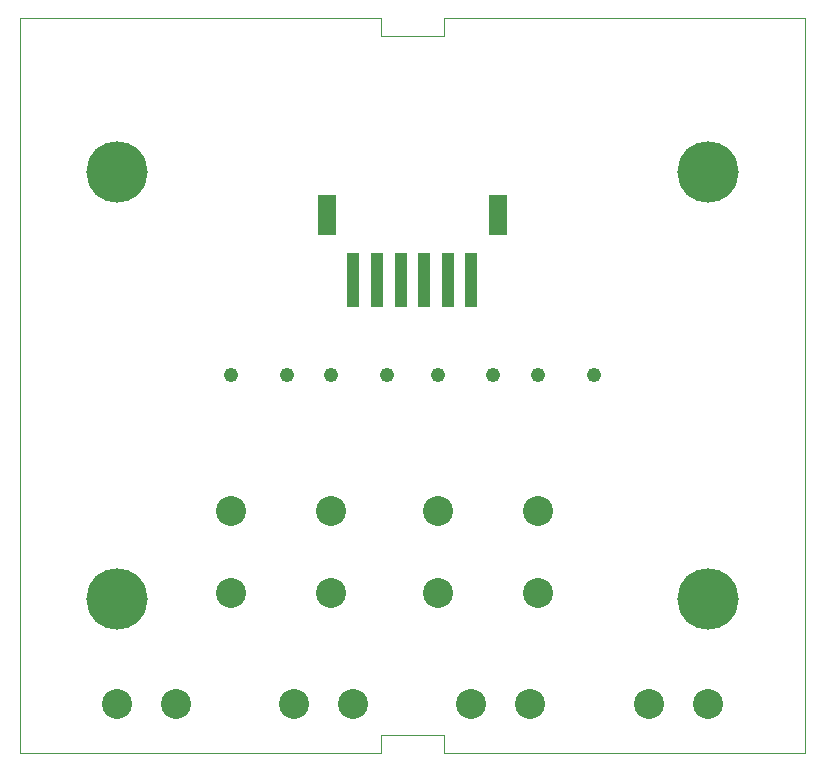
<source format=gbs>
G04 EAGLE Gerber RS-274X export*
G75*
%MOMM*%
%FSLAX34Y34*%
%LPD*%
%INStop Mask Bottom*%
%IPPOS*%
%AMOC8*
5,1,8,0,0,1.08239X$1,22.5*%
G01*
%ADD10C,0.000000*%
%ADD11C,2.200000*%
%ADD12C,2.540000*%
%ADD13C,5.200000*%
%ADD14C,1.219200*%
%ADD15C,1.333500*%
%ADD16C,1.350000*%
%ADD17C,1.950000*%
%ADD18R,1.000000X4.600000*%
%ADD19R,1.600000X3.400000*%


D10*
X0Y0D02*
X306000Y0D01*
X306000Y15000D01*
X359000Y15000D01*
X359000Y0D01*
X665000Y0D01*
X665000Y622000D01*
X359000Y622000D01*
X359000Y607000D01*
X306000Y607000D01*
X306000Y622000D01*
X0Y622000D01*
X0Y0D01*
X71500Y492000D02*
X71503Y492270D01*
X71513Y492540D01*
X71530Y492809D01*
X71553Y493078D01*
X71583Y493347D01*
X71619Y493614D01*
X71662Y493881D01*
X71711Y494146D01*
X71767Y494410D01*
X71830Y494673D01*
X71898Y494934D01*
X71974Y495193D01*
X72055Y495450D01*
X72143Y495706D01*
X72237Y495959D01*
X72337Y496210D01*
X72444Y496458D01*
X72556Y496703D01*
X72675Y496946D01*
X72799Y497185D01*
X72929Y497422D01*
X73065Y497655D01*
X73207Y497885D01*
X73354Y498111D01*
X73507Y498334D01*
X73665Y498553D01*
X73828Y498768D01*
X73997Y498978D01*
X74171Y499185D01*
X74350Y499387D01*
X74533Y499585D01*
X74722Y499778D01*
X74915Y499967D01*
X75113Y500150D01*
X75315Y500329D01*
X75522Y500503D01*
X75732Y500672D01*
X75947Y500835D01*
X76166Y500993D01*
X76389Y501146D01*
X76615Y501293D01*
X76845Y501435D01*
X77078Y501571D01*
X77315Y501701D01*
X77554Y501825D01*
X77797Y501944D01*
X78042Y502056D01*
X78290Y502163D01*
X78541Y502263D01*
X78794Y502357D01*
X79050Y502445D01*
X79307Y502526D01*
X79566Y502602D01*
X79827Y502670D01*
X80090Y502733D01*
X80354Y502789D01*
X80619Y502838D01*
X80886Y502881D01*
X81153Y502917D01*
X81422Y502947D01*
X81691Y502970D01*
X81960Y502987D01*
X82230Y502997D01*
X82500Y503000D01*
X82770Y502997D01*
X83040Y502987D01*
X83309Y502970D01*
X83578Y502947D01*
X83847Y502917D01*
X84114Y502881D01*
X84381Y502838D01*
X84646Y502789D01*
X84910Y502733D01*
X85173Y502670D01*
X85434Y502602D01*
X85693Y502526D01*
X85950Y502445D01*
X86206Y502357D01*
X86459Y502263D01*
X86710Y502163D01*
X86958Y502056D01*
X87203Y501944D01*
X87446Y501825D01*
X87685Y501701D01*
X87922Y501571D01*
X88155Y501435D01*
X88385Y501293D01*
X88611Y501146D01*
X88834Y500993D01*
X89053Y500835D01*
X89268Y500672D01*
X89478Y500503D01*
X89685Y500329D01*
X89887Y500150D01*
X90085Y499967D01*
X90278Y499778D01*
X90467Y499585D01*
X90650Y499387D01*
X90829Y499185D01*
X91003Y498978D01*
X91172Y498768D01*
X91335Y498553D01*
X91493Y498334D01*
X91646Y498111D01*
X91793Y497885D01*
X91935Y497655D01*
X92071Y497422D01*
X92201Y497185D01*
X92325Y496946D01*
X92444Y496703D01*
X92556Y496458D01*
X92663Y496210D01*
X92763Y495959D01*
X92857Y495706D01*
X92945Y495450D01*
X93026Y495193D01*
X93102Y494934D01*
X93170Y494673D01*
X93233Y494410D01*
X93289Y494146D01*
X93338Y493881D01*
X93381Y493614D01*
X93417Y493347D01*
X93447Y493078D01*
X93470Y492809D01*
X93487Y492540D01*
X93497Y492270D01*
X93500Y492000D01*
X93497Y491730D01*
X93487Y491460D01*
X93470Y491191D01*
X93447Y490922D01*
X93417Y490653D01*
X93381Y490386D01*
X93338Y490119D01*
X93289Y489854D01*
X93233Y489590D01*
X93170Y489327D01*
X93102Y489066D01*
X93026Y488807D01*
X92945Y488550D01*
X92857Y488294D01*
X92763Y488041D01*
X92663Y487790D01*
X92556Y487542D01*
X92444Y487297D01*
X92325Y487054D01*
X92201Y486815D01*
X92071Y486578D01*
X91935Y486345D01*
X91793Y486115D01*
X91646Y485889D01*
X91493Y485666D01*
X91335Y485447D01*
X91172Y485232D01*
X91003Y485022D01*
X90829Y484815D01*
X90650Y484613D01*
X90467Y484415D01*
X90278Y484222D01*
X90085Y484033D01*
X89887Y483850D01*
X89685Y483671D01*
X89478Y483497D01*
X89268Y483328D01*
X89053Y483165D01*
X88834Y483007D01*
X88611Y482854D01*
X88385Y482707D01*
X88155Y482565D01*
X87922Y482429D01*
X87685Y482299D01*
X87446Y482175D01*
X87203Y482056D01*
X86958Y481944D01*
X86710Y481837D01*
X86459Y481737D01*
X86206Y481643D01*
X85950Y481555D01*
X85693Y481474D01*
X85434Y481398D01*
X85173Y481330D01*
X84910Y481267D01*
X84646Y481211D01*
X84381Y481162D01*
X84114Y481119D01*
X83847Y481083D01*
X83578Y481053D01*
X83309Y481030D01*
X83040Y481013D01*
X82770Y481003D01*
X82500Y481000D01*
X82230Y481003D01*
X81960Y481013D01*
X81691Y481030D01*
X81422Y481053D01*
X81153Y481083D01*
X80886Y481119D01*
X80619Y481162D01*
X80354Y481211D01*
X80090Y481267D01*
X79827Y481330D01*
X79566Y481398D01*
X79307Y481474D01*
X79050Y481555D01*
X78794Y481643D01*
X78541Y481737D01*
X78290Y481837D01*
X78042Y481944D01*
X77797Y482056D01*
X77554Y482175D01*
X77315Y482299D01*
X77078Y482429D01*
X76845Y482565D01*
X76615Y482707D01*
X76389Y482854D01*
X76166Y483007D01*
X75947Y483165D01*
X75732Y483328D01*
X75522Y483497D01*
X75315Y483671D01*
X75113Y483850D01*
X74915Y484033D01*
X74722Y484222D01*
X74533Y484415D01*
X74350Y484613D01*
X74171Y484815D01*
X73997Y485022D01*
X73828Y485232D01*
X73665Y485447D01*
X73507Y485666D01*
X73354Y485889D01*
X73207Y486115D01*
X73065Y486345D01*
X72929Y486578D01*
X72799Y486815D01*
X72675Y487054D01*
X72556Y487297D01*
X72444Y487542D01*
X72337Y487790D01*
X72237Y488041D01*
X72143Y488294D01*
X72055Y488550D01*
X71974Y488807D01*
X71898Y489066D01*
X71830Y489327D01*
X71767Y489590D01*
X71711Y489854D01*
X71662Y490119D01*
X71619Y490386D01*
X71583Y490653D01*
X71553Y490922D01*
X71530Y491191D01*
X71513Y491460D01*
X71503Y491730D01*
X71500Y492000D01*
D11*
X82500Y492000D03*
D10*
X571500Y130000D02*
X571503Y130270D01*
X571513Y130540D01*
X571530Y130809D01*
X571553Y131078D01*
X571583Y131347D01*
X571619Y131614D01*
X571662Y131881D01*
X571711Y132146D01*
X571767Y132410D01*
X571830Y132673D01*
X571898Y132934D01*
X571974Y133193D01*
X572055Y133450D01*
X572143Y133706D01*
X572237Y133959D01*
X572337Y134210D01*
X572444Y134458D01*
X572556Y134703D01*
X572675Y134946D01*
X572799Y135185D01*
X572929Y135422D01*
X573065Y135655D01*
X573207Y135885D01*
X573354Y136111D01*
X573507Y136334D01*
X573665Y136553D01*
X573828Y136768D01*
X573997Y136978D01*
X574171Y137185D01*
X574350Y137387D01*
X574533Y137585D01*
X574722Y137778D01*
X574915Y137967D01*
X575113Y138150D01*
X575315Y138329D01*
X575522Y138503D01*
X575732Y138672D01*
X575947Y138835D01*
X576166Y138993D01*
X576389Y139146D01*
X576615Y139293D01*
X576845Y139435D01*
X577078Y139571D01*
X577315Y139701D01*
X577554Y139825D01*
X577797Y139944D01*
X578042Y140056D01*
X578290Y140163D01*
X578541Y140263D01*
X578794Y140357D01*
X579050Y140445D01*
X579307Y140526D01*
X579566Y140602D01*
X579827Y140670D01*
X580090Y140733D01*
X580354Y140789D01*
X580619Y140838D01*
X580886Y140881D01*
X581153Y140917D01*
X581422Y140947D01*
X581691Y140970D01*
X581960Y140987D01*
X582230Y140997D01*
X582500Y141000D01*
X582770Y140997D01*
X583040Y140987D01*
X583309Y140970D01*
X583578Y140947D01*
X583847Y140917D01*
X584114Y140881D01*
X584381Y140838D01*
X584646Y140789D01*
X584910Y140733D01*
X585173Y140670D01*
X585434Y140602D01*
X585693Y140526D01*
X585950Y140445D01*
X586206Y140357D01*
X586459Y140263D01*
X586710Y140163D01*
X586958Y140056D01*
X587203Y139944D01*
X587446Y139825D01*
X587685Y139701D01*
X587922Y139571D01*
X588155Y139435D01*
X588385Y139293D01*
X588611Y139146D01*
X588834Y138993D01*
X589053Y138835D01*
X589268Y138672D01*
X589478Y138503D01*
X589685Y138329D01*
X589887Y138150D01*
X590085Y137967D01*
X590278Y137778D01*
X590467Y137585D01*
X590650Y137387D01*
X590829Y137185D01*
X591003Y136978D01*
X591172Y136768D01*
X591335Y136553D01*
X591493Y136334D01*
X591646Y136111D01*
X591793Y135885D01*
X591935Y135655D01*
X592071Y135422D01*
X592201Y135185D01*
X592325Y134946D01*
X592444Y134703D01*
X592556Y134458D01*
X592663Y134210D01*
X592763Y133959D01*
X592857Y133706D01*
X592945Y133450D01*
X593026Y133193D01*
X593102Y132934D01*
X593170Y132673D01*
X593233Y132410D01*
X593289Y132146D01*
X593338Y131881D01*
X593381Y131614D01*
X593417Y131347D01*
X593447Y131078D01*
X593470Y130809D01*
X593487Y130540D01*
X593497Y130270D01*
X593500Y130000D01*
X593497Y129730D01*
X593487Y129460D01*
X593470Y129191D01*
X593447Y128922D01*
X593417Y128653D01*
X593381Y128386D01*
X593338Y128119D01*
X593289Y127854D01*
X593233Y127590D01*
X593170Y127327D01*
X593102Y127066D01*
X593026Y126807D01*
X592945Y126550D01*
X592857Y126294D01*
X592763Y126041D01*
X592663Y125790D01*
X592556Y125542D01*
X592444Y125297D01*
X592325Y125054D01*
X592201Y124815D01*
X592071Y124578D01*
X591935Y124345D01*
X591793Y124115D01*
X591646Y123889D01*
X591493Y123666D01*
X591335Y123447D01*
X591172Y123232D01*
X591003Y123022D01*
X590829Y122815D01*
X590650Y122613D01*
X590467Y122415D01*
X590278Y122222D01*
X590085Y122033D01*
X589887Y121850D01*
X589685Y121671D01*
X589478Y121497D01*
X589268Y121328D01*
X589053Y121165D01*
X588834Y121007D01*
X588611Y120854D01*
X588385Y120707D01*
X588155Y120565D01*
X587922Y120429D01*
X587685Y120299D01*
X587446Y120175D01*
X587203Y120056D01*
X586958Y119944D01*
X586710Y119837D01*
X586459Y119737D01*
X586206Y119643D01*
X585950Y119555D01*
X585693Y119474D01*
X585434Y119398D01*
X585173Y119330D01*
X584910Y119267D01*
X584646Y119211D01*
X584381Y119162D01*
X584114Y119119D01*
X583847Y119083D01*
X583578Y119053D01*
X583309Y119030D01*
X583040Y119013D01*
X582770Y119003D01*
X582500Y119000D01*
X582230Y119003D01*
X581960Y119013D01*
X581691Y119030D01*
X581422Y119053D01*
X581153Y119083D01*
X580886Y119119D01*
X580619Y119162D01*
X580354Y119211D01*
X580090Y119267D01*
X579827Y119330D01*
X579566Y119398D01*
X579307Y119474D01*
X579050Y119555D01*
X578794Y119643D01*
X578541Y119737D01*
X578290Y119837D01*
X578042Y119944D01*
X577797Y120056D01*
X577554Y120175D01*
X577315Y120299D01*
X577078Y120429D01*
X576845Y120565D01*
X576615Y120707D01*
X576389Y120854D01*
X576166Y121007D01*
X575947Y121165D01*
X575732Y121328D01*
X575522Y121497D01*
X575315Y121671D01*
X575113Y121850D01*
X574915Y122033D01*
X574722Y122222D01*
X574533Y122415D01*
X574350Y122613D01*
X574171Y122815D01*
X573997Y123022D01*
X573828Y123232D01*
X573665Y123447D01*
X573507Y123666D01*
X573354Y123889D01*
X573207Y124115D01*
X573065Y124345D01*
X572929Y124578D01*
X572799Y124815D01*
X572675Y125054D01*
X572556Y125297D01*
X572444Y125542D01*
X572337Y125790D01*
X572237Y126041D01*
X572143Y126294D01*
X572055Y126550D01*
X571974Y126807D01*
X571898Y127066D01*
X571830Y127327D01*
X571767Y127590D01*
X571711Y127854D01*
X571662Y128119D01*
X571619Y128386D01*
X571583Y128653D01*
X571553Y128922D01*
X571530Y129191D01*
X571513Y129460D01*
X571503Y129730D01*
X571500Y130000D01*
D11*
X582500Y130000D03*
D10*
X71500Y130000D02*
X71503Y130270D01*
X71513Y130540D01*
X71530Y130809D01*
X71553Y131078D01*
X71583Y131347D01*
X71619Y131614D01*
X71662Y131881D01*
X71711Y132146D01*
X71767Y132410D01*
X71830Y132673D01*
X71898Y132934D01*
X71974Y133193D01*
X72055Y133450D01*
X72143Y133706D01*
X72237Y133959D01*
X72337Y134210D01*
X72444Y134458D01*
X72556Y134703D01*
X72675Y134946D01*
X72799Y135185D01*
X72929Y135422D01*
X73065Y135655D01*
X73207Y135885D01*
X73354Y136111D01*
X73507Y136334D01*
X73665Y136553D01*
X73828Y136768D01*
X73997Y136978D01*
X74171Y137185D01*
X74350Y137387D01*
X74533Y137585D01*
X74722Y137778D01*
X74915Y137967D01*
X75113Y138150D01*
X75315Y138329D01*
X75522Y138503D01*
X75732Y138672D01*
X75947Y138835D01*
X76166Y138993D01*
X76389Y139146D01*
X76615Y139293D01*
X76845Y139435D01*
X77078Y139571D01*
X77315Y139701D01*
X77554Y139825D01*
X77797Y139944D01*
X78042Y140056D01*
X78290Y140163D01*
X78541Y140263D01*
X78794Y140357D01*
X79050Y140445D01*
X79307Y140526D01*
X79566Y140602D01*
X79827Y140670D01*
X80090Y140733D01*
X80354Y140789D01*
X80619Y140838D01*
X80886Y140881D01*
X81153Y140917D01*
X81422Y140947D01*
X81691Y140970D01*
X81960Y140987D01*
X82230Y140997D01*
X82500Y141000D01*
X82770Y140997D01*
X83040Y140987D01*
X83309Y140970D01*
X83578Y140947D01*
X83847Y140917D01*
X84114Y140881D01*
X84381Y140838D01*
X84646Y140789D01*
X84910Y140733D01*
X85173Y140670D01*
X85434Y140602D01*
X85693Y140526D01*
X85950Y140445D01*
X86206Y140357D01*
X86459Y140263D01*
X86710Y140163D01*
X86958Y140056D01*
X87203Y139944D01*
X87446Y139825D01*
X87685Y139701D01*
X87922Y139571D01*
X88155Y139435D01*
X88385Y139293D01*
X88611Y139146D01*
X88834Y138993D01*
X89053Y138835D01*
X89268Y138672D01*
X89478Y138503D01*
X89685Y138329D01*
X89887Y138150D01*
X90085Y137967D01*
X90278Y137778D01*
X90467Y137585D01*
X90650Y137387D01*
X90829Y137185D01*
X91003Y136978D01*
X91172Y136768D01*
X91335Y136553D01*
X91493Y136334D01*
X91646Y136111D01*
X91793Y135885D01*
X91935Y135655D01*
X92071Y135422D01*
X92201Y135185D01*
X92325Y134946D01*
X92444Y134703D01*
X92556Y134458D01*
X92663Y134210D01*
X92763Y133959D01*
X92857Y133706D01*
X92945Y133450D01*
X93026Y133193D01*
X93102Y132934D01*
X93170Y132673D01*
X93233Y132410D01*
X93289Y132146D01*
X93338Y131881D01*
X93381Y131614D01*
X93417Y131347D01*
X93447Y131078D01*
X93470Y130809D01*
X93487Y130540D01*
X93497Y130270D01*
X93500Y130000D01*
X93497Y129730D01*
X93487Y129460D01*
X93470Y129191D01*
X93447Y128922D01*
X93417Y128653D01*
X93381Y128386D01*
X93338Y128119D01*
X93289Y127854D01*
X93233Y127590D01*
X93170Y127327D01*
X93102Y127066D01*
X93026Y126807D01*
X92945Y126550D01*
X92857Y126294D01*
X92763Y126041D01*
X92663Y125790D01*
X92556Y125542D01*
X92444Y125297D01*
X92325Y125054D01*
X92201Y124815D01*
X92071Y124578D01*
X91935Y124345D01*
X91793Y124115D01*
X91646Y123889D01*
X91493Y123666D01*
X91335Y123447D01*
X91172Y123232D01*
X91003Y123022D01*
X90829Y122815D01*
X90650Y122613D01*
X90467Y122415D01*
X90278Y122222D01*
X90085Y122033D01*
X89887Y121850D01*
X89685Y121671D01*
X89478Y121497D01*
X89268Y121328D01*
X89053Y121165D01*
X88834Y121007D01*
X88611Y120854D01*
X88385Y120707D01*
X88155Y120565D01*
X87922Y120429D01*
X87685Y120299D01*
X87446Y120175D01*
X87203Y120056D01*
X86958Y119944D01*
X86710Y119837D01*
X86459Y119737D01*
X86206Y119643D01*
X85950Y119555D01*
X85693Y119474D01*
X85434Y119398D01*
X85173Y119330D01*
X84910Y119267D01*
X84646Y119211D01*
X84381Y119162D01*
X84114Y119119D01*
X83847Y119083D01*
X83578Y119053D01*
X83309Y119030D01*
X83040Y119013D01*
X82770Y119003D01*
X82500Y119000D01*
X82230Y119003D01*
X81960Y119013D01*
X81691Y119030D01*
X81422Y119053D01*
X81153Y119083D01*
X80886Y119119D01*
X80619Y119162D01*
X80354Y119211D01*
X80090Y119267D01*
X79827Y119330D01*
X79566Y119398D01*
X79307Y119474D01*
X79050Y119555D01*
X78794Y119643D01*
X78541Y119737D01*
X78290Y119837D01*
X78042Y119944D01*
X77797Y120056D01*
X77554Y120175D01*
X77315Y120299D01*
X77078Y120429D01*
X76845Y120565D01*
X76615Y120707D01*
X76389Y120854D01*
X76166Y121007D01*
X75947Y121165D01*
X75732Y121328D01*
X75522Y121497D01*
X75315Y121671D01*
X75113Y121850D01*
X74915Y122033D01*
X74722Y122222D01*
X74533Y122415D01*
X74350Y122613D01*
X74171Y122815D01*
X73997Y123022D01*
X73828Y123232D01*
X73665Y123447D01*
X73507Y123666D01*
X73354Y123889D01*
X73207Y124115D01*
X73065Y124345D01*
X72929Y124578D01*
X72799Y124815D01*
X72675Y125054D01*
X72556Y125297D01*
X72444Y125542D01*
X72337Y125790D01*
X72237Y126041D01*
X72143Y126294D01*
X72055Y126550D01*
X71974Y126807D01*
X71898Y127066D01*
X71830Y127327D01*
X71767Y127590D01*
X71711Y127854D01*
X71662Y128119D01*
X71619Y128386D01*
X71583Y128653D01*
X71553Y128922D01*
X71530Y129191D01*
X71513Y129460D01*
X71503Y129730D01*
X71500Y130000D01*
D11*
X82500Y130000D03*
D10*
X571500Y492000D02*
X571503Y492270D01*
X571513Y492540D01*
X571530Y492809D01*
X571553Y493078D01*
X571583Y493347D01*
X571619Y493614D01*
X571662Y493881D01*
X571711Y494146D01*
X571767Y494410D01*
X571830Y494673D01*
X571898Y494934D01*
X571974Y495193D01*
X572055Y495450D01*
X572143Y495706D01*
X572237Y495959D01*
X572337Y496210D01*
X572444Y496458D01*
X572556Y496703D01*
X572675Y496946D01*
X572799Y497185D01*
X572929Y497422D01*
X573065Y497655D01*
X573207Y497885D01*
X573354Y498111D01*
X573507Y498334D01*
X573665Y498553D01*
X573828Y498768D01*
X573997Y498978D01*
X574171Y499185D01*
X574350Y499387D01*
X574533Y499585D01*
X574722Y499778D01*
X574915Y499967D01*
X575113Y500150D01*
X575315Y500329D01*
X575522Y500503D01*
X575732Y500672D01*
X575947Y500835D01*
X576166Y500993D01*
X576389Y501146D01*
X576615Y501293D01*
X576845Y501435D01*
X577078Y501571D01*
X577315Y501701D01*
X577554Y501825D01*
X577797Y501944D01*
X578042Y502056D01*
X578290Y502163D01*
X578541Y502263D01*
X578794Y502357D01*
X579050Y502445D01*
X579307Y502526D01*
X579566Y502602D01*
X579827Y502670D01*
X580090Y502733D01*
X580354Y502789D01*
X580619Y502838D01*
X580886Y502881D01*
X581153Y502917D01*
X581422Y502947D01*
X581691Y502970D01*
X581960Y502987D01*
X582230Y502997D01*
X582500Y503000D01*
X582770Y502997D01*
X583040Y502987D01*
X583309Y502970D01*
X583578Y502947D01*
X583847Y502917D01*
X584114Y502881D01*
X584381Y502838D01*
X584646Y502789D01*
X584910Y502733D01*
X585173Y502670D01*
X585434Y502602D01*
X585693Y502526D01*
X585950Y502445D01*
X586206Y502357D01*
X586459Y502263D01*
X586710Y502163D01*
X586958Y502056D01*
X587203Y501944D01*
X587446Y501825D01*
X587685Y501701D01*
X587922Y501571D01*
X588155Y501435D01*
X588385Y501293D01*
X588611Y501146D01*
X588834Y500993D01*
X589053Y500835D01*
X589268Y500672D01*
X589478Y500503D01*
X589685Y500329D01*
X589887Y500150D01*
X590085Y499967D01*
X590278Y499778D01*
X590467Y499585D01*
X590650Y499387D01*
X590829Y499185D01*
X591003Y498978D01*
X591172Y498768D01*
X591335Y498553D01*
X591493Y498334D01*
X591646Y498111D01*
X591793Y497885D01*
X591935Y497655D01*
X592071Y497422D01*
X592201Y497185D01*
X592325Y496946D01*
X592444Y496703D01*
X592556Y496458D01*
X592663Y496210D01*
X592763Y495959D01*
X592857Y495706D01*
X592945Y495450D01*
X593026Y495193D01*
X593102Y494934D01*
X593170Y494673D01*
X593233Y494410D01*
X593289Y494146D01*
X593338Y493881D01*
X593381Y493614D01*
X593417Y493347D01*
X593447Y493078D01*
X593470Y492809D01*
X593487Y492540D01*
X593497Y492270D01*
X593500Y492000D01*
X593497Y491730D01*
X593487Y491460D01*
X593470Y491191D01*
X593447Y490922D01*
X593417Y490653D01*
X593381Y490386D01*
X593338Y490119D01*
X593289Y489854D01*
X593233Y489590D01*
X593170Y489327D01*
X593102Y489066D01*
X593026Y488807D01*
X592945Y488550D01*
X592857Y488294D01*
X592763Y488041D01*
X592663Y487790D01*
X592556Y487542D01*
X592444Y487297D01*
X592325Y487054D01*
X592201Y486815D01*
X592071Y486578D01*
X591935Y486345D01*
X591793Y486115D01*
X591646Y485889D01*
X591493Y485666D01*
X591335Y485447D01*
X591172Y485232D01*
X591003Y485022D01*
X590829Y484815D01*
X590650Y484613D01*
X590467Y484415D01*
X590278Y484222D01*
X590085Y484033D01*
X589887Y483850D01*
X589685Y483671D01*
X589478Y483497D01*
X589268Y483328D01*
X589053Y483165D01*
X588834Y483007D01*
X588611Y482854D01*
X588385Y482707D01*
X588155Y482565D01*
X587922Y482429D01*
X587685Y482299D01*
X587446Y482175D01*
X587203Y482056D01*
X586958Y481944D01*
X586710Y481837D01*
X586459Y481737D01*
X586206Y481643D01*
X585950Y481555D01*
X585693Y481474D01*
X585434Y481398D01*
X585173Y481330D01*
X584910Y481267D01*
X584646Y481211D01*
X584381Y481162D01*
X584114Y481119D01*
X583847Y481083D01*
X583578Y481053D01*
X583309Y481030D01*
X583040Y481013D01*
X582770Y481003D01*
X582500Y481000D01*
X582230Y481003D01*
X581960Y481013D01*
X581691Y481030D01*
X581422Y481053D01*
X581153Y481083D01*
X580886Y481119D01*
X580619Y481162D01*
X580354Y481211D01*
X580090Y481267D01*
X579827Y481330D01*
X579566Y481398D01*
X579307Y481474D01*
X579050Y481555D01*
X578794Y481643D01*
X578541Y481737D01*
X578290Y481837D01*
X578042Y481944D01*
X577797Y482056D01*
X577554Y482175D01*
X577315Y482299D01*
X577078Y482429D01*
X576845Y482565D01*
X576615Y482707D01*
X576389Y482854D01*
X576166Y483007D01*
X575947Y483165D01*
X575732Y483328D01*
X575522Y483497D01*
X575315Y483671D01*
X575113Y483850D01*
X574915Y484033D01*
X574722Y484222D01*
X574533Y484415D01*
X574350Y484613D01*
X574171Y484815D01*
X573997Y485022D01*
X573828Y485232D01*
X573665Y485447D01*
X573507Y485666D01*
X573354Y485889D01*
X573207Y486115D01*
X573065Y486345D01*
X572929Y486578D01*
X572799Y486815D01*
X572675Y487054D01*
X572556Y487297D01*
X572444Y487542D01*
X572337Y487790D01*
X572237Y488041D01*
X572143Y488294D01*
X572055Y488550D01*
X571974Y488807D01*
X571898Y489066D01*
X571830Y489327D01*
X571767Y489590D01*
X571711Y489854D01*
X571662Y490119D01*
X571619Y490386D01*
X571583Y490653D01*
X571553Y490922D01*
X571530Y491191D01*
X571513Y491460D01*
X571503Y491730D01*
X571500Y492000D01*
D11*
X582500Y492000D03*
D12*
X82500Y41500D03*
X132500Y41500D03*
X232500Y41500D03*
X282500Y41500D03*
X432500Y41500D03*
X532500Y41500D03*
X582500Y41500D03*
X179000Y205000D03*
X264000Y205000D03*
X354000Y205000D03*
X439000Y205000D03*
X439000Y135000D03*
X354000Y135000D03*
X264000Y135000D03*
X179000Y135000D03*
D13*
X82500Y492000D03*
X582500Y492000D03*
X582500Y130000D03*
X82500Y130000D03*
D12*
X382500Y41500D03*
D14*
X179000Y320000D03*
D15*
X179000Y205000D03*
D16*
X179000Y135000D03*
D14*
X226000Y320000D03*
X264000Y320000D03*
D15*
X264000Y205000D03*
D16*
X264000Y135000D03*
D14*
X311000Y320000D03*
X354000Y320000D03*
D15*
X354000Y205000D03*
D16*
X354000Y135000D03*
D14*
X401000Y320000D03*
X439000Y320000D03*
D15*
X439000Y205000D03*
D16*
X439000Y135000D03*
D14*
X486000Y320000D03*
D17*
X132500Y41500D03*
X82500Y41500D03*
X232500Y41500D03*
X282500Y41500D03*
X382500Y41500D03*
X432500Y41500D03*
X532500Y41500D03*
X582500Y41500D03*
D18*
X282500Y400000D03*
X302500Y400000D03*
X322500Y400000D03*
X342500Y400000D03*
X362500Y400000D03*
X382500Y400000D03*
D19*
X260000Y455000D03*
X405000Y455000D03*
M02*

</source>
